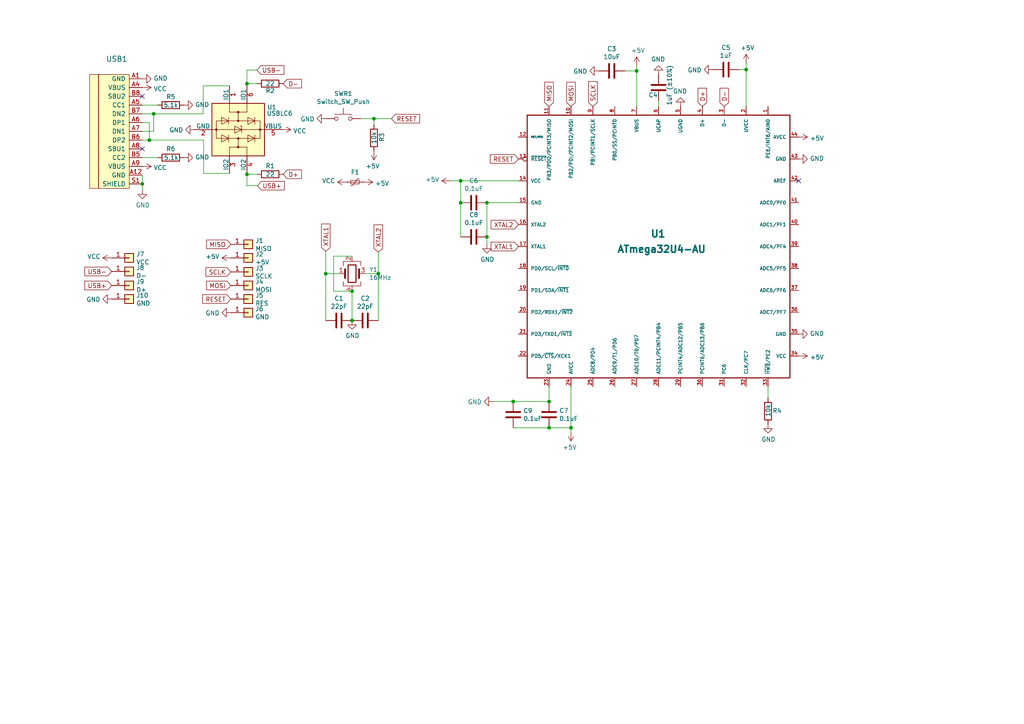
<source format=kicad_sch>
(kicad_sch (version 20211123) (generator eeschema)
  (paper "A4")
  (lib_symbols
    (symbol "arisutea-pcb:ATmega32U4-AU-MCU_Microchip_ATmega" (pin_names (offset 1.016))
      (property "Reference" "U" (at 0 1.27 0))
      (property "Value" "ATmega32U4-AU-MCU_Microchip_ATmega" (at 0 -2.54 0))
      (symbol "ATmega32U4-AU-MCU_Microchip_ATmega_0_1"
        (rectangle (start -38.1 38.1) (end 38.1 -38.1) (stroke (width 0.3048)))
      )
      (symbol "ATmega32U4-AU-MCU_Microchip_ATmega_1_1"
        (pin bidirectional line (at -40.64 31.75 0) (length 2.54) (name "PE6/INT6/AIN0") (number "1"))
        (pin bidirectional line (at -40.64 -25.4 0) (length 2.54) (name "PB2/PDI/PCINT2/MOSI") (number "10"))
        (pin bidirectional line (at -40.64 -31.75 0) (length 2.54) (name "PB3/PDO/PCINT3/MISO") (number "11"))
        (pin bidirectional line (at -31.75 -40.64 90) (length 2.54) (name "PB7/RTS") (number "12"))
        (pin input inverted (at -25.4 -40.64 90) (length 2.54) (name "~{RESET}") (number "13"))
        (pin power_in line (at -19.05 -40.64 90) (length 2.54) (name "VCC") (number "14"))
        (pin power_in line (at -12.7 -40.64 90) (length 2.54) (name "GND") (number "15"))
        (pin input line (at -6.35 -40.64 90) (length 2.54) (name "XTAL2") (number "16"))
        (pin input line (at 0 -40.64 90) (length 2.54) (name "XTAL1") (number "17"))
        (pin bidirectional line (at 6.35 -40.64 90) (length 2.54) (name "PD0/SCL/~{INT0}") (number "18"))
        (pin bidirectional line (at 12.7 -40.64 90) (length 2.54) (name "PD1/SDA/~{INT1}") (number "19"))
        (pin power_in line (at -40.64 25.4 0) (length 2.54) (name "UVCC") (number "2"))
        (pin bidirectional line (at 19.05 -40.64 90) (length 2.54) (name "PD2/RDX1/~{INT2}") (number "20"))
        (pin bidirectional line (at 25.4 -40.64 90) (length 2.54) (name "PD3/TXD1/~{INT3}") (number "21"))
        (pin bidirectional line (at 31.75 -40.64 90) (length 2.54) (name "PD5/~{CTS}/XCK1") (number "22"))
        (pin power_in line (at 40.64 -31.75 180) (length 2.54) (name "GND") (number "23"))
        (pin power_in line (at 40.64 -25.4 180) (length 2.54) (name "AVCC") (number "24"))
        (pin bidirectional line (at 40.64 -19.05 180) (length 2.54) (name "ADC8/PD4") (number "25"))
        (pin bidirectional line (at 40.64 -12.7 180) (length 2.54) (name "ADC9/T1/PD6") (number "26"))
        (pin bidirectional line (at 40.64 -6.35 180) (length 2.54) (name "ADC10/T0/PD7") (number "27"))
        (pin bidirectional line (at 40.64 0 180) (length 2.54) (name "ADC11/PCINT4/PB4") (number "28"))
        (pin bidirectional line (at 40.64 6.35 180) (length 2.54) (name "PCINT4/ADC12/PB5") (number "29"))
        (pin bidirectional line (at -40.64 19.05 0) (length 2.54) (name "D-") (number "3"))
        (pin bidirectional line (at 40.64 12.7 180) (length 2.54) (name "PCINT6/ADC13/PB6") (number "30"))
        (pin bidirectional line (at 40.64 19.05 180) (length 2.54) (name "PC6") (number "31"))
        (pin bidirectional line (at 40.64 25.4 180) (length 2.54) (name "CLK/PC7") (number "32"))
        (pin bidirectional line (at 40.64 31.75 180) (length 2.54) (name "~{HWB}/PE2") (number "33"))
        (pin power_in line (at 31.75 40.64 270) (length 2.54) (name "VCC") (number "34"))
        (pin power_in line (at 25.4 40.64 270) (length 2.54) (name "GND") (number "35"))
        (pin bidirectional line (at 19.05 40.64 270) (length 2.54) (name "ADC7/PF7") (number "36"))
        (pin bidirectional line (at 12.7 40.64 270) (length 2.54) (name "ADC6/PF6") (number "37"))
        (pin bidirectional line (at 6.35 40.64 270) (length 2.54) (name "ADC5/PF5") (number "38"))
        (pin bidirectional line (at 0 40.64 270) (length 2.54) (name "ADC4/PF4") (number "39"))
        (pin bidirectional line (at -40.64 12.7 0) (length 2.54) (name "D+") (number "4"))
        (pin bidirectional line (at -6.35 40.64 270) (length 2.54) (name "ADC1/PF1") (number "40"))
        (pin bidirectional line (at -12.7 40.64 270) (length 2.54) (name "ADC0/PF0") (number "41"))
        (pin input line (at -19.05 40.64 270) (length 2.54) (name "AREF") (number "42"))
        (pin power_in line (at -25.4 40.64 270) (length 2.54) (name "GND") (number "43"))
        (pin power_in line (at -31.75 40.64 270) (length 2.54) (name "AVCC") (number "44"))
        (pin power_in line (at -40.64 6.35 0) (length 2.54) (name "UGND") (number "5"))
        (pin input line (at -40.64 0 0) (length 2.54) (name "UCAP") (number "6"))
        (pin power_in line (at -40.64 -6.35 0) (length 2.54) (name "VBUS") (number "7"))
        (pin bidirectional line (at -40.64 -12.7 0) (length 2.54) (name "PB0/SS/PCINT0") (number "8"))
        (pin bidirectional line (at -40.64 -19.05 0) (length 2.54) (name "PBI/PCINT1/SCLK") (number "9"))
      )
    )
    (symbol "arisutea-pcb:Connector_Generic_Conn_01x01" (pin_names (offset 1.016) hide)
      (property "Reference" "J" (at 0 2.54 0))
      (property "Value" "Connector_Generic_Conn_01x01" (at 0 -2.54 0))
      (symbol "Connector_Generic_Conn_01x01_1_1"
        (rectangle (start -1.27 0.127) (end 0 -0.127) (stroke (width 0.1524)))
        (rectangle (start -1.27 1.27) (end 1.27 -1.27) (stroke (width 0.254)) (fill (type background)))
        (pin passive line (at -5.08 0 0) (length 3.81) (name "Pin_1") (number "1"))
      )
    )
    (symbol "arisutea-pcb:Device_C" (pin_numbers hide) (pin_names (offset 0.254))
      (property "Reference" "C" (at 0.635 2.54 0))
      (property "Value" "Device_C" (at 0.635 -2.54 0))
      (symbol "Device_C_0_1"
        (polyline (pts (xy -2.032 -0.762) (xy 2.032 -0.762)) (stroke (width 0.508)))
        (polyline (pts (xy -2.032 0.762) (xy 2.032 0.762)) (stroke (width 0.508)))
      )
      (symbol "Device_C_1_1"
        (pin passive line (at 0 3.81 270) (length 2.794) (name "~") (number "1"))
        (pin passive line (at 0 -3.81 90) (length 2.794) (name "~") (number "2"))
      )
    )
    (symbol "arisutea-pcb:Device_Crystal_GND24" (pin_names (offset 1.016) hide)
      (property "Reference" "Y" (at 3.175 5.08 0))
      (property "Value" "Device_Crystal_GND24" (at 3.175 3.175 0))
      (symbol "Device_Crystal_GND24_0_1"
        (rectangle (start -1.143 2.54) (end 1.143 -2.54) (stroke (width 0.3048)))
        (polyline (pts (xy -2.54 0) (xy -2.032 0)))
        (polyline (pts (xy -2.032 -1.27) (xy -2.032 1.27)) (stroke (width 0.508)))
        (polyline (pts (xy 0 -3.81) (xy 0 -3.556)))
        (polyline (pts (xy 0 3.556) (xy 0 3.81)))
        (polyline (pts (xy 2.032 -1.27) (xy 2.032 1.27)) (stroke (width 0.508)))
        (polyline (pts (xy 2.032 0) (xy 2.54 0)))
        (polyline (pts (xy -2.54 -2.286) (xy -2.54 -3.556) (xy 2.54 -3.556) (xy 2.54 -2.286)))
        (polyline (pts (xy -2.54 2.286) (xy -2.54 3.556) (xy 2.54 3.556) (xy 2.54 2.286)))
      )
      (symbol "Device_Crystal_GND24_1_1"
        (pin passive line (at -3.81 0 0) (length 1.27) (name "1") (number "1"))
        (pin passive line (at 0 5.08 270) (length 1.27) (name "2") (number "2"))
        (pin passive line (at 3.81 0 180) (length 1.27) (name "3") (number "3"))
        (pin passive line (at 0 -5.08 90) (length 1.27) (name "4") (number "4"))
      )
    )
    (symbol "arisutea-pcb:Device_Polyfuse_Small" (pin_numbers hide) (pin_names (offset 0))
      (property "Reference" "F" (at -1.905 0 90))
      (property "Value" "Device_Polyfuse_Small" (at 1.905 0 90))
      (symbol "Device_Polyfuse_Small_0_1"
        (rectangle (start -0.508 1.27) (end 0.508 -1.27))
        (polyline (pts (xy 0 2.54) (xy 0 -2.54)))
        (polyline (pts (xy -1.016 1.27) (xy -1.016 0.762) (xy 1.016 -0.762) (xy 1.016 -1.27)))
      )
      (symbol "Device_Polyfuse_Small_1_1"
        (pin passive line (at 0 2.54 270) (length 0.635) (name "~") (number "1"))
        (pin passive line (at 0 -2.54 90) (length 0.635) (name "~") (number "2"))
      )
    )
    (symbol "arisutea-pcb:Device_R" (pin_numbers hide) (pin_names (offset 0))
      (property "Reference" "R" (at 2.032 0 90))
      (property "Value" "Device_R" (at 0 0 90))
      (symbol "Device_R_0_1"
        (rectangle (start -1.016 -2.54) (end 1.016 2.54) (stroke (width 0.254)))
      )
      (symbol "Device_R_1_1"
        (pin passive line (at 0 3.81 270) (length 1.27) (name "~") (number "1"))
        (pin passive line (at 0 -3.81 90) (length 1.27) (name "~") (number "2"))
      )
    )
    (symbol "arisutea-pcb:Switch_SW_Push" (pin_numbers hide) (pin_names (offset 1.016) hide)
      (property "Reference" "SW" (at 1.27 2.54 0))
      (property "Value" "Switch_SW_Push" (at 0 -1.524 0))
      (symbol "Switch_SW_Push_0_1"
        (circle (center -2.032 0) (radius 0.508))
        (polyline (pts (xy 0 1.27) (xy 0 3.048)))
        (polyline (pts (xy 2.54 1.27) (xy -2.54 1.27)))
        (circle (center 2.032 0) (radius 0.508))
        (pin passive line (at -5.08 0 0) (length 2.54) (name "1") (number "1"))
        (pin passive line (at 5.08 0 180) (length 2.54) (name "2") (number "2"))
      )
    )
    (symbol "arisutea-pcb:USBLC6-2SC6-Power_Protection" (pin_names (offset 0))
      (property "Reference" "U" (at 5.08 8.89 0))
      (property "Value" "USBLC6-2SC6-Power_Protection" (at 10.16 -10.16 0))
      (symbol "USBLC6-2SC6-Power_Protection_0_1"
        (rectangle (start -7.62 -7.62) (end 7.62 7.62) (stroke (width 0.254)) (fill (type background)))
        (circle (center -5.08 0) (radius 0.254) (fill (type outline)))
        (circle (center -2.54 0) (radius 0.254) (fill (type outline)))
        (rectangle (start -2.54 6.35) (end 2.54 -6.35))
        (circle (center 0 -6.35) (radius 0.254) (fill (type outline)))
        (polyline (pts (xy -5.08 -2.54) (xy -7.62 -2.54)))
        (polyline (pts (xy -5.08 0) (xy -5.08 -2.54)))
        (polyline (pts (xy -5.08 2.54) (xy -7.62 2.54)))
        (polyline (pts (xy -1.524 -2.794) (xy -3.556 -2.794)))
        (polyline (pts (xy -1.524 4.826) (xy -3.556 4.826)))
        (polyline (pts (xy 0 -7.62) (xy 0 -6.35)))
        (polyline (pts (xy 0 -6.35) (xy 0 1.27)))
        (polyline (pts (xy 0 1.27) (xy 0 6.35)))
        (polyline (pts (xy 0 6.35) (xy 0 7.62)))
        (polyline (pts (xy 1.524 -2.794) (xy 3.556 -2.794)))
        (polyline (pts (xy 1.524 4.826) (xy 3.556 4.826)))
        (polyline (pts (xy 5.08 -2.54) (xy 7.62 -2.54)))
        (polyline (pts (xy 5.08 0) (xy 5.08 -2.54)))
        (polyline (pts (xy 5.08 2.54) (xy 7.62 2.54)))
        (polyline (pts (xy -2.54 0) (xy -5.08 0) (xy -5.08 2.54)))
        (polyline (pts (xy 2.54 0) (xy 5.08 0) (xy 5.08 2.54)))
        (polyline (pts (xy -3.556 -4.826) (xy -1.524 -4.826) (xy -2.54 -2.794) (xy -3.556 -4.826)))
        (polyline (pts (xy -3.556 2.794) (xy -1.524 2.794) (xy -2.54 4.826) (xy -3.556 2.794)))
        (polyline (pts (xy -1.016 -1.016) (xy 1.016 -1.016) (xy 0 1.016) (xy -1.016 -1.016)))
        (polyline (pts (xy 1.016 1.016) (xy 0.762 1.016) (xy -1.016 1.016) (xy -1.016 0.508)))
        (polyline (pts (xy 3.556 -4.826) (xy 1.524 -4.826) (xy 2.54 -2.794) (xy 3.556 -4.826)))
        (polyline (pts (xy 3.556 2.794) (xy 1.524 2.794) (xy 2.54 4.826) (xy 3.556 2.794)))
        (circle (center 0 6.35) (radius 0.254) (fill (type outline)))
        (circle (center 2.54 0) (radius 0.254) (fill (type outline)))
        (circle (center 5.08 0) (radius 0.254) (fill (type outline)))
      )
      (symbol "USBLC6-2SC6-Power_Protection_1_1"
        (pin passive line (at -12.7 -2.54 0) (length 5.08) (name "IO1") (number "1"))
        (pin passive line (at 0 -12.7 90) (length 5.08) (name "GND") (number "2"))
        (pin passive line (at 12.7 -2.54 180) (length 5.08) (name "IO2") (number "3"))
        (pin passive line (at 12.7 2.54 180) (length 5.08) (name "IO2") (number "4"))
        (pin passive line (at 0 12.7 270) (length 5.08) (name "VBUS") (number "5"))
        (pin passive line (at -12.7 2.54 0) (length 5.08) (name "IO1") (number "6"))
      )
    )
    (symbol "arisutea-pcb:USB_HRO-TYPE-C-31-M-12" (pin_names (offset 1.016))
      (property "Reference" "USB" (at -5.08 16.51 0))
      (property "Value" "USB_HRO-TYPE-C-31-M-12" (at -10.16 -1.27 90))
      (symbol "USB_HRO-TYPE-C-31-M-12_0_1"
        (rectangle (start -11.43 15.24) (end -8.89 -17.78) (fill (type background)))
        (rectangle (start 0 -17.78) (end -8.89 15.24) (fill (type background)))
      )
      (symbol "USB_HRO-TYPE-C-31-M-12_1_1"
        (pin input line (at 3.81 13.97 180) (length 3.81) (name "GND") (number "A1"))
        (pin input line (at 3.81 -13.97 180) (length 3.81) (name "GND") (number "A12"))
        (pin input line (at 3.81 11.43 180) (length 3.81) (name "VBUS") (number "A4"))
        (pin input line (at 3.81 6.35 180) (length 3.81) (name "CC1") (number "A5"))
        (pin input line (at 3.81 1.27 180) (length 3.81) (name "DP1") (number "A6"))
        (pin input line (at 3.81 -1.27 180) (length 3.81) (name "DN1") (number "A7"))
        (pin input line (at 3.81 -6.35 180) (length 3.81) (name "SBU1") (number "A8"))
        (pin input line (at 3.81 -11.43 180) (length 3.81) (name "VBUS") (number "A9"))
        (pin input line (at 3.81 -8.89 180) (length 3.81) (name "CC2") (number "B5"))
        (pin input line (at 3.81 -3.81 180) (length 3.81) (name "DP2") (number "B6"))
        (pin input line (at 3.81 3.81 180) (length 3.81) (name "DN2") (number "B7"))
        (pin input line (at 3.81 8.89 180) (length 3.81) (name "SBU2") (number "B8"))
        (pin input line (at 3.81 -16.51 180) (length 3.81) (name "SHIELD") (number "S1"))
      )
    )
    (symbol "power:+5V" (power) (pin_names (offset 0))
      (property "Value" "+5V" (at 0 3.556 0))
      (symbol "+5V_0_1"
        (polyline (pts (xy -0.762 1.27) (xy 0 2.54)))
        (polyline (pts (xy 0 0) (xy 0 2.54)))
        (polyline (pts (xy 0 2.54) (xy 0.762 1.27)))
      )
      (symbol "+5V_1_1"
        (pin power_in line (at 0 0 90) (length 0) hide (name "+5V") (number "1"))
      )
    )
    (symbol "power:GND" (power) (pin_names (offset 0))
      (property "Value" "GND" (at 0 -3.81 0))
      (symbol "GND_0_1"
        (polyline (pts (xy 0 0) (xy 0 -1.27) (xy 1.27 -1.27) (xy 0 -2.54) (xy -1.27 -1.27) (xy 0 -1.27)))
      )
      (symbol "GND_1_1"
        (pin power_in line (at 0 0 270) (length 0) hide (name "GND") (number "1"))
      )
    )
    (symbol "power:VCC" (power) (pin_names (offset 0))
      (property "Value" "VCC" (at 0 3.81 0))
      (symbol "VCC_0_1"
        (polyline (pts (xy -0.762 1.27) (xy 0 2.54)))
        (polyline (pts (xy 0 0) (xy 0 2.54)))
        (polyline (pts (xy 0 2.54) (xy 0.762 1.27)))
      )
      (symbol "VCC_1_1"
        (pin power_in line (at 0 0 90) (length 0) hide (name "VCC") (number "1"))
      )
    )
  )
  (junction (at 43.307 40.64))
  (junction (at 71.628 24.257))
  (junction (at 165.608 124.079))
  (junction (at 141.224 58.801))
  (junction (at 216.408 20.193))
  (junction (at 41.275 53.34))
  (junction (at 108.458 34.417))
  (junction (at 71.628 50.546))
  (junction (at 159.258 116.459))
  (junction (at 159.258 124.079))
  (junction (at 44.577 33.02))
  (junction (at 109.728 79.375))
  (junction (at 102.108 84.455))
  (junction (at 102.108 92.964))
  (junction (at 184.658 20.574))
  (junction (at 94.488 79.375))
  (junction (at 133.604 58.801))
  (junction (at 133.604 52.451))
  (junction (at 141.224 68.707))
  (junction (at 148.844 116.459))
  (no_connect (at 41.275 43.18))
  (no_connect (at 231.648 52.451))
  (no_connect (at 41.275 27.94))
  (wire (pts (xy 58.928 33.02) (xy 58.928 24.892)))
  (wire (pts (xy 108.458 34.417) (xy 113.538 34.417)))
  (wire (pts (xy 148.844 116.459) (xy 143.002 116.459)))
  (wire (pts (xy 216.408 20.193) (xy 216.408 18.288)))
  (wire (pts (xy 133.604 52.451) (xy 133.604 58.801)))
  (wire (pts (xy 41.275 30.48) (xy 45.72 30.48)))
  (wire (pts (xy 71.628 50.546) (xy 74.549 50.546)))
  (wire (pts (xy 41.275 50.8) (xy 41.275 53.34)))
  (wire (pts (xy 71.628 50.292) (xy 71.628 50.546)))
  (wire (pts (xy 165.608 124.079) (xy 165.608 125.349)))
  (wire (pts (xy 184.658 30.861) (xy 184.658 20.574)))
  (wire (pts (xy 109.728 79.375) (xy 109.728 92.964)))
  (wire (pts (xy 41.275 33.02) (xy 44.577 33.02)))
  (wire (pts (xy 159.258 112.141) (xy 159.258 116.459)))
  (wire (pts (xy 216.408 30.861) (xy 216.408 20.193)))
  (wire (pts (xy 59.055 50.292) (xy 66.548 50.292)))
  (wire (pts (xy 71.628 24.892) (xy 71.628 24.257)))
  (wire (pts (xy 159.258 124.079) (xy 165.608 124.079)))
  (wire (pts (xy 184.658 20.574) (xy 181.229 20.574)))
  (wire (pts (xy 141.224 58.801) (xy 150.368 58.801)))
  (wire (pts (xy 59.055 40.64) (xy 59.055 50.292)))
  (wire (pts (xy 44.577 33.02) (xy 58.928 33.02)))
  (wire (pts (xy 184.658 20.574) (xy 184.658 19.05)))
  (wire (pts (xy 130.683 52.451) (xy 133.604 52.451)))
  (wire (pts (xy 71.628 20.32) (xy 71.628 24.257)))
  (wire (pts (xy 102.108 74.295) (xy 96.774 74.295)))
  (wire (pts (xy 109.728 73.152) (xy 109.728 79.375)))
  (wire (pts (xy 96.774 84.455) (xy 102.108 84.455)))
  (wire (pts (xy 41.275 45.72) (xy 45.72 45.72)))
  (wire (pts (xy 133.604 58.801) (xy 133.604 68.707)))
  (wire (pts (xy 94.488 79.375) (xy 94.488 92.964)))
  (wire (pts (xy 98.298 79.375) (xy 94.488 79.375)))
  (wire (pts (xy 41.275 35.56) (xy 43.307 35.56)))
  (wire (pts (xy 71.628 20.32) (xy 74.549 20.32)))
  (wire (pts (xy 165.608 124.079) (xy 165.608 112.141)))
  (wire (pts (xy 141.224 68.707) (xy 141.224 70.866)))
  (wire (pts (xy 41.275 38.1) (xy 44.577 38.1)))
  (wire (pts (xy 71.628 24.257) (xy 74.549 24.257)))
  (wire (pts (xy 191.008 30.861) (xy 191.008 29.21)))
  (wire (pts (xy 141.224 68.707) (xy 141.224 58.801)))
  (wire (pts (xy 108.458 36.195) (xy 108.458 34.417)))
  (wire (pts (xy 96.774 74.295) (xy 96.774 84.455)))
  (wire (pts (xy 41.275 40.64) (xy 43.307 40.64)))
  (wire (pts (xy 43.307 35.56) (xy 43.307 40.64)))
  (wire (pts (xy 44.577 38.1) (xy 44.577 33.02)))
  (wire (pts (xy 41.275 53.34) (xy 41.275 55.118)))
  (wire (pts (xy 222.758 112.141) (xy 222.758 115.443)))
  (wire (pts (xy 43.307 40.64) (xy 59.055 40.64)))
  (wire (pts (xy 71.628 50.546) (xy 71.628 53.848)))
  (wire (pts (xy 104.648 34.417) (xy 108.458 34.417)))
  (wire (pts (xy 94.488 72.898) (xy 94.488 79.375)))
  (wire (pts (xy 148.844 124.079) (xy 159.258 124.079)))
  (wire (pts (xy 71.628 53.848) (xy 74.676 53.848)))
  (wire (pts (xy 102.108 84.455) (xy 102.108 92.964)))
  (wire (pts (xy 58.928 24.892) (xy 66.548 24.892)))
  (wire (pts (xy 159.258 116.459) (xy 148.844 116.459)))
  (wire (pts (xy 133.604 52.451) (xy 150.368 52.451)))
  (wire (pts (xy 216.408 20.193) (xy 214.376 20.193)))
  (wire (pts (xy 105.918 79.375) (xy 109.728 79.375)))
  (global_label "MISO" (shape input) (at 159.258 30.861 90) (property "Intersheet References" "${INTERSHEET_REFS}" (effects hide)))
  (global_label "RESET" (shape input) (at 66.929 86.741 180) (property "Intersheet References" "${INTERSHEET_REFS}" (effects hide)))
  (global_label "D+" (shape input) (at 203.708 30.861 90) (property "Intersheet References" "${INTERSHEET_REFS}" (effects hide)))
  (global_label "D-" (shape input) (at 210.058 30.861 90) (property "Intersheet References" "${INTERSHEET_REFS}" (effects hide)))
  (global_label "XTAL1" (shape input) (at 150.368 71.501 180) (property "Intersheet References" "${INTERSHEET_REFS}" (effects hide)))
  (global_label "MOSI" (shape input) (at 165.608 30.861 90) (property "Intersheet References" "${INTERSHEET_REFS}" (effects hide)))
  (global_label "XTAL1" (shape input) (at 94.488 72.898 90) (property "Intersheet References" "${INTERSHEET_REFS}" (effects hide)))
  (global_label "USB+" (shape input) (at 32.385 82.804 180) (property "Intersheet References" "${INTERSHEET_REFS}" (effects hide)))
  (global_label "MISO" (shape input) (at 66.929 70.866 180) (property "Intersheet References" "${INTERSHEET_REFS}" (effects hide)))
  (global_label "RESET" (shape input) (at 113.538 34.417 0) (property "Intersheet References" "${INTERSHEET_REFS}" (effects hide)))
  (global_label "XTAL2" (shape input) (at 150.368 65.151 180) (property "Intersheet References" "${INTERSHEET_REFS}" (effects hide)))
  (global_label "MOSI" (shape input) (at 66.929 82.804 180) (property "Intersheet References" "${INTERSHEET_REFS}" (effects hide)))
  (global_label "USB+" (shape input) (at 74.676 53.848 0) (property "Intersheet References" "${INTERSHEET_REFS}" (effects hide)))
  (global_label "SCLK" (shape input) (at 171.958 30.861 90) (property "Intersheet References" "${INTERSHEET_REFS}" (effects hide)))
  (global_label "D-" (shape input) (at 82.169 24.257 0) (property "Intersheet References" "${INTERSHEET_REFS}" (effects hide)))
  (global_label "RESET" (shape input) (at 150.368 46.101 180) (property "Intersheet References" "${INTERSHEET_REFS}" (effects hide)))
  (global_label "SCLK" (shape input) (at 66.929 78.867 180) (property "Intersheet References" "${INTERSHEET_REFS}" (effects hide)))
  (global_label "D+" (shape input) (at 82.169 50.546 0) (property "Intersheet References" "${INTERSHEET_REFS}" (effects hide)))
  (global_label "USB-" (shape input) (at 32.385 78.74 180) (property "Intersheet References" "${INTERSHEET_REFS}" (effects hide)))
  (global_label "XTAL2" (shape input) (at 109.728 73.152 90) (property "Intersheet References" "${INTERSHEET_REFS}" (effects hide)))
  (global_label "USB-" (shape input) (at 74.549 20.32 0) (property "Intersheet References" "${INTERSHEET_REFS}" (effects hide)))
  (symbol (lib_id "arisutea-pcb:USB_HRO-TYPE-C-31-M-12") (at 37.465 36.83 0) (unit 1)
    (property "Reference" "USB1" (at 33.8582 17.0942 0) (effects (font (size 1.524 1.524))))
    (property "Value" "USB_HRO-TYPE-C-31-M-12" (effects hide))
    (property "Footprint" "arisutea:USB_C_Receptacle_HRO_TYPE-C-31-M-12-HandSoldering" (effects hide))
  )
  (symbol (lib_id "arisutea-pcb:Device_R") (at 49.53 30.48 270) (unit 1)
    (property "Reference" "R5" (at 49.53 28.067 90))
    (property "Value" "5.1k" (at 49.53 30.48 90))
  )
  (symbol (lib_id "arisutea-pcb:Device_R") (at 49.53 45.72 270) (unit 1)
    (property "Reference" "R6" (at 49.53 43.18 90))
    (property "Value" "5.1k" (at 49.657 45.72 90))
  )
  (symbol (lib_id "arisutea-pcb:USBLC6-2SC6-Power_Protection") (at 69.088 37.592 270) (unit 1)
    (property "Reference" "U1" (at 77.47 31.115 90) (effects (justify left)))
    (property "Value" "USBLC6" (at 77.343 32.893 90) (effects (justify left)))
    (property "Footprint" "arisutea:SOT-23-6_Handsoldering" (effects hide))
  )
  (symbol (lib_id "arisutea-pcb:Device_Polyfuse_Small") (at 102.997 52.832 270) (unit 1)
    (property "Reference" "F1" (at 102.997 49.9618 90))
    (property "Value" "Device_Polyfuse_Small" (effects hide))
  )
  (symbol (lib_id "arisutea-pcb:Device_R") (at 108.458 40.005 0) (unit 1)
    (property "Reference" "R3" (at 110.744 41.148 90) (effects (justify left)))
    (property "Value" "10k" (at 108.458 41.783 90) (effects (justify left)))
  )
  (symbol (lib_id "arisutea-pcb:Switch_SW_Push") (at 99.568 34.417 0) (unit 1)
    (property "Reference" "SWR1" (at 99.568 27.178 0))
    (property "Value" "Switch_SW_Push" (at 99.568 29.4894 0))
  )
  (symbol (lib_id "arisutea-pcb:ATmega32U4-AU-MCU_Microchip_ATmega") (at 191.008 71.501 270) (unit 1)
    (property "Reference" "U1" (at 190.881 67.818 90) (effects (font (size 2.0066 2.0066) bold)))
    (property "Value" "ATmega32U4-AU" (at 191.897 72.263 90) (effects (font (size 2.0066 2.0066) bold)))
    (property "Footprint" "arisutea:TQFP-44_10x10mm_P0.8mm" (effects hide))
  )
  (symbol (lib_id "power:GND") (at 41.275 22.86 90) (unit 1)
    (property "Reference" "#PWR?" (effects hide))
    (property "Value" "GND" (at 44.5262 22.733 90) (effects (justify right)))
  )
  (symbol (lib_id "power:GND") (at 41.275 55.118 0) (unit 1)
    (property "Reference" "#PWR?" (effects hide))
    (property "Value" "GND" (at 41.402 59.5122 0))
  )
  (symbol (lib_id "power:GND") (at 53.34 30.48 90) (unit 1)
    (property "Reference" "#PWR?" (effects hide))
    (property "Value" "GND" (at 56.5912 30.353 90) (effects (justify right)))
  )
  (symbol (lib_id "power:GND") (at 53.34 45.72 90) (unit 1)
    (property "Reference" "#PWR?" (effects hide))
    (property "Value" "GND" (at 56.5912 45.593 90) (effects (justify right)))
  )
  (symbol (lib_id "power:VCC") (at 41.275 25.4 270) (unit 1)
    (property "Reference" "#PWR?" (effects hide))
    (property "Value" "VCC" (at 44.5262 25.781 90) (effects (justify left)))
  )
  (symbol (lib_id "power:VCC") (at 41.275 48.26 270) (unit 1)
    (property "Reference" "#PWR?" (effects hide))
    (property "Value" "VCC" (at 44.5262 48.641 90) (effects (justify left)))
  )
  (symbol (lib_id "power:GND") (at 56.388 37.592 270) (unit 1)
    (property "Reference" "#PWR?" (effects hide))
    (property "Value" "GND" (at 53.1368 37.719 90) (effects (justify right)))
  )
  (symbol (lib_id "power:VCC") (at 81.788 37.592 270) (unit 1)
    (property "Reference" "#PWR?" (effects hide))
    (property "Value" "VCC" (at 85.0392 37.973 90) (effects (justify left)))
  )
  (symbol (lib_id "arisutea-pcb:Device_R") (at 78.359 24.257 270) (unit 1)
    (property "Reference" "R2" (at 78.359 26.289 90))
    (property "Value" "22" (at 78.359 24.257 90))
  )
  (symbol (lib_id "arisutea-pcb:Device_R") (at 78.359 50.546 270) (unit 1)
    (property "Reference" "R1" (at 78.359 48.133 90))
    (property "Value" "22" (at 78.359 50.546 90))
  )
  (symbol (lib_id "power:+5V") (at 108.458 43.815 180) (unit 1)
    (property "Reference" "#PWR?" (effects hide))
    (property "Value" "+5V" (at 108.077 48.2092 0))
  )
  (symbol (lib_id "power:GND") (at 94.488 34.417 270) (unit 1)
    (property "Reference" "#PWR?" (effects hide))
    (property "Value" "GND" (at 91.2368 34.544 90) (effects (justify right)))
  )
  (symbol (lib_id "power:VCC") (at 100.457 52.832 90) (unit 1)
    (property "Reference" "#PWR?" (effects hide))
    (property "Value" "VCC" (at 97.2312 52.451 90) (effects (justify left)))
  )
  (symbol (lib_id "power:+5V") (at 105.537 52.832 270) (unit 1)
    (property "Reference" "#PWR?" (effects hide))
    (property "Value" "+5V" (at 108.7882 53.213 90) (effects (justify left)))
  )
  (symbol (lib_id "arisutea-pcb:Connector_Generic_Conn_01x01") (at 37.465 74.803 0) (unit 1)
    (property "Reference" "J7" (at 39.497 73.7362 0) (effects (justify left)))
    (property "Value" "VCC" (at 39.497 76.0476 0) (effects (justify left)))
    (property "Footprint" "arisutea:PinHeader_1x01_P2.54mm_Vertical" (effects hide))
  )
  (symbol (lib_id "arisutea-pcb:Connector_Generic_Conn_01x01") (at 37.465 78.74 0) (unit 1)
    (property "Reference" "J8" (at 39.497 77.6732 0) (effects (justify left)))
    (property "Value" "D-" (at 39.497 79.9846 0) (effects (justify left)))
    (property "Footprint" "arisutea:PinHeader_1x01_P2.54mm_Vertical" (effects hide))
  )
  (symbol (lib_id "arisutea-pcb:Connector_Generic_Conn_01x01") (at 37.465 82.804 0) (unit 1)
    (property "Reference" "J9" (at 39.497 81.7372 0) (effects (justify left)))
    (property "Value" "D+" (at 39.497 84.0486 0) (effects (justify left)))
    (property "Footprint" "arisutea:PinHeader_1x01_P2.54mm_Vertical" (effects hide))
  )
  (symbol (lib_id "arisutea-pcb:Connector_Generic_Conn_01x01") (at 37.465 86.741 0) (unit 1)
    (property "Reference" "J10" (at 39.497 85.6742 0) (effects (justify left)))
    (property "Value" "GND" (at 39.497 87.9856 0) (effects (justify left)))
    (property "Footprint" "arisutea:PinHeader_1x01_P2.54mm_Vertical" (effects hide))
  )
  (symbol (lib_id "arisutea-pcb:Connector_Generic_Conn_01x01") (at 72.009 70.866 0) (unit 1)
    (property "Reference" "J1" (at 74.041 69.7992 0) (effects (justify left)))
    (property "Value" "MISO" (at 74.041 72.1106 0) (effects (justify left)))
    (property "Footprint" "arisutea:PinHeader_1x01_P2.54mm_Vertical" (effects hide))
  )
  (symbol (lib_id "arisutea-pcb:Connector_Generic_Conn_01x01") (at 72.009 74.803 0) (unit 1)
    (property "Reference" "J2" (at 74.041 73.7362 0) (effects (justify left)))
    (property "Value" "+5V" (at 74.041 76.0476 0) (effects (justify left)))
    (property "Footprint" "arisutea:PinHeader_1x01_P2.54mm_Vertical" (effects hide))
  )
  (symbol (lib_id "arisutea-pcb:Connector_Generic_Conn_01x01") (at 72.009 78.867 0) (unit 1)
    (property "Reference" "J3" (at 74.041 77.8002 0) (effects (justify left)))
    (property "Value" "SCLK" (at 74.041 80.1116 0) (effects (justify left)))
    (property "Footprint" "arisutea:PinHeader_1x01_P2.54mm_Vertical" (effects hide))
  )
  (symbol (lib_id "arisutea-pcb:Connector_Generic_Conn_01x01") (at 72.009 82.804 0) (unit 1)
    (property "Reference" "J4" (at 74.041 81.7372 0) (effects (justify left)))
    (property "Value" "MOSI" (at 74.041 84.0486 0) (effects (justify left)))
    (property "Footprint" "arisutea:PinHeader_1x01_P2.54mm_Vertical" (effects hide))
  )
  (symbol (lib_id "arisutea-pcb:Connector_Generic_Conn_01x01") (at 72.009 86.741 0) (unit 1)
    (property "Reference" "J5" (at 74.041 85.6742 0) (effects (justify left)))
    (property "Value" "RES" (at 74.041 87.9856 0) (effects (justify left)))
    (property "Footprint" "arisutea:PinHeader_1x01_P2.54mm_Vertical" (effects hide))
  )
  (symbol (lib_id "arisutea-pcb:Connector_Generic_Conn_01x01") (at 72.009 90.678 0) (unit 1)
    (property "Reference" "J6" (at 74.041 89.6112 0) (effects (justify left)))
    (property "Value" "GND" (at 74.041 91.9226 0) (effects (justify left)))
    (property "Footprint" "arisutea:PinHeader_1x01_P2.54mm_Vertical" (effects hide))
  )
  (symbol (lib_id "power:VCC") (at 32.385 74.803 90) (unit 1)
    (property "Reference" "#PWR?" (effects hide))
    (property "Value" "VCC" (at 29.1592 74.422 90) (effects (justify left)))
  )
  (symbol (lib_id "power:GND") (at 32.385 86.741 270) (unit 1)
    (property "Reference" "#PWR?" (effects hide))
    (property "Value" "GND" (at 29.1338 86.868 90) (effects (justify right)))
  )
  (symbol (lib_id "power:GND") (at 66.929 90.678 270) (unit 1)
    (property "Reference" "#PWR?" (effects hide))
    (property "Value" "GND" (at 63.6778 90.805 90) (effects (justify right)))
  )
  (symbol (lib_id "power:+5V") (at 66.929 74.803 90) (unit 1)
    (property "Reference" "#PWR?" (effects hide))
    (property "Value" "+5V" (at 63.6778 74.422 90) (effects (justify left)))
  )
  (symbol (lib_id "power:+5V") (at 216.408 18.288 0) (unit 1)
    (property "Reference" "#PWR?" (effects hide))
    (property "Value" "+5V" (at 216.789 13.8938 0))
  )
  (symbol (lib_id "arisutea-pcb:Device_C") (at 210.566 20.193 270) (unit 1)
    (property "Reference" "C5" (at 210.566 13.7922 90))
    (property "Value" "1uF" (at 210.566 16.1036 90))
  )
  (symbol (lib_id "power:GND") (at 206.756 20.193 270) (unit 1)
    (property "Reference" "#PWR?" (effects hide))
    (property "Value" "GND" (at 203.5048 20.32 90) (effects (justify right)))
  )
  (symbol (lib_id "power:GND") (at 197.358 30.861 180) (unit 1)
    (property "Reference" "#PWR?" (effects hide))
    (property "Value" "GND" (at 197.231 26.4668 0))
  )
  (symbol (lib_id "power:GND") (at 231.648 96.901 90) (unit 1)
    (property "Reference" "#PWR?" (effects hide))
    (property "Value" "GND" (at 234.8992 96.774 90) (effects (justify right)))
  )
  (symbol (lib_id "power:GND") (at 231.648 46.101 90) (unit 1)
    (property "Reference" "#PWR?" (effects hide))
    (property "Value" "GND" (at 234.8992 45.974 90) (effects (justify right)))
  )
  (symbol (lib_id "arisutea-pcb:Device_C") (at 191.008 25.4 0) (unit 1)
    (property "Reference" "C4" (at 188.087 27.559 0) (effects (justify left)))
    (property "Value" "1uF (±10%)" (at 194.183 30.607 90) (effects (justify left)))
  )
  (symbol (lib_id "power:GND") (at 191.008 21.59 180) (unit 1)
    (property "Reference" "#PWR?" (effects hide))
    (property "Value" "GND" (at 190.881 17.1958 0))
  )
  (symbol (lib_id "power:+5V") (at 184.658 19.05 0) (unit 1)
    (property "Reference" "#PWR?" (effects hide))
    (property "Value" "+5V" (at 185.039 14.6558 0))
  )
  (symbol (lib_id "arisutea-pcb:Device_C") (at 177.419 20.574 270) (unit 1)
    (property "Reference" "C3" (at 177.419 14.1732 90))
    (property "Value" "10uF" (at 177.419 16.4846 90))
  )
  (symbol (lib_id "power:GND") (at 173.609 20.574 270) (unit 1)
    (property "Reference" "#PWR?" (effects hide))
    (property "Value" "GND" (at 170.3578 20.701 90) (effects (justify right)))
  )
  (symbol (lib_id "power:+5V") (at 130.683 52.451 90) (unit 1)
    (property "Reference" "#PWR?" (effects hide))
    (property "Value" "+5V" (at 127.4318 52.07 90) (effects (justify left)))
  )
  (symbol (lib_id "arisutea-pcb:Device_C") (at 137.414 58.801 270) (unit 1)
    (property "Reference" "C6" (at 137.414 52.4002 90))
    (property "Value" "0.1uF" (at 137.414 54.7116 90))
  )
  (symbol (lib_id "arisutea-pcb:Device_C") (at 137.414 68.707 270) (unit 1)
    (property "Reference" "C8" (at 137.414 62.3062 90))
    (property "Value" "0.1uF" (at 137.414 64.6176 90))
  )
  (symbol (lib_id "power:GND") (at 141.224 70.866 0) (unit 1)
    (property "Reference" "#PWR?" (effects hide))
    (property "Value" "GND" (at 141.351 75.2602 0))
  )
  (symbol (lib_id "arisutea-pcb:Device_Crystal_GND24") (at 102.108 79.375 0) (unit 1)
    (property "Reference" "Y1" (at 107.0356 78.2066 0) (effects (justify left)))
    (property "Value" "16MHz" (at 107.0356 80.518 0) (effects (justify left)))
    (property "Footprint" "arisutea:Crystal_SMD_TXC_7M-4Pin_3.2x2.5mm_HandSoldering" (effects hide))
  )
  (symbol (lib_id "power:GND") (at 102.108 92.964 0) (unit 1)
    (property "Reference" "#PWR?" (effects hide))
    (property "Value" "GND" (at 102.235 97.3582 0))
  )
  (symbol (lib_id "arisutea-pcb:Device_C") (at 98.298 92.964 90) (unit 1)
    (property "Reference" "C1" (at 98.298 86.5632 90))
    (property "Value" "22pF" (at 98.298 88.8746 90))
  )
  (symbol (lib_id "arisutea-pcb:Device_C") (at 105.918 92.964 270) (unit 1)
    (property "Reference" "C2" (at 105.918 86.5632 90))
    (property "Value" "22pF" (at 105.918 88.8746 90))
  )
  (symbol (lib_id "arisutea-pcb:Device_C") (at 148.844 120.269 0) (unit 1)
    (property "Reference" "C9" (at 151.765 119.1006 0) (effects (justify left)))
    (property "Value" "0.1uF" (at 151.765 121.412 0) (effects (justify left)))
  )
  (symbol (lib_id "arisutea-pcb:Device_C") (at 159.258 120.269 0) (unit 1)
    (property "Reference" "C7" (at 162.179 119.1006 0) (effects (justify left)))
    (property "Value" "0.1uF" (at 162.179 121.412 0) (effects (justify left)))
  )
  (symbol (lib_id "power:GND") (at 143.002 116.459 270) (unit 1)
    (property "Reference" "#PWR?" (effects hide))
    (property "Value" "GND" (at 139.7508 116.586 90) (effects (justify right)))
  )
  (symbol (lib_id "power:+5V") (at 165.608 125.349 180) (unit 1)
    (property "Reference" "#PWR?" (effects hide))
    (property "Value" "+5V" (at 165.227 129.7432 0))
  )
  (symbol (lib_id "arisutea-pcb:Device_R") (at 222.758 119.253 0) (unit 1)
    (property "Reference" "R4" (at 224.028 119.126 0) (effects (justify left)))
    (property "Value" "10k" (at 222.758 120.904 90) (effects (justify left)))
  )
  (symbol (lib_id "power:GND") (at 222.758 123.063 0) (unit 1)
    (property "Reference" "#PWR?" (effects hide))
    (property "Value" "GND" (at 222.885 127.4572 0))
  )
  (symbol (lib_id "power:+5V") (at 231.648 103.251 270) (unit 1)
    (property "Reference" "#PWR?" (effects hide))
    (property "Value" "+5V" (at 234.8992 103.632 90) (effects (justify left)))
  )
  (symbol (lib_id "power:+5V") (at 231.648 39.751 270) (unit 1)
    (property "Reference" "#PWR?" (effects hide))
    (property "Value" "+5V" (at 234.8992 40.132 90) (effects (justify left)))
  )
)
</source>
